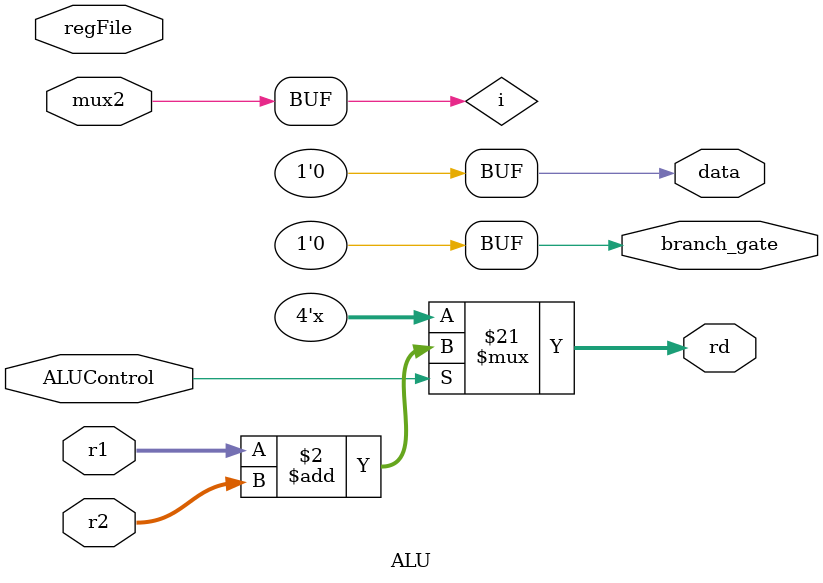
<source format=v>
module ALU (
//temp input/output of reg for testing
input [1:0] r1,
input [1:0] r2,
output reg [3:0] rd,

input regFile,
input mux2, //mux for regFile/SignExtended
input ALUControl,
output reg data,
output reg branch_gate //compair output for branches
);

//wire r1;
//wire r2;
wire i = mux2; //immidiate (sign extended will handle immidiate field from opcode)
//reg rd;

parameter //Arithmatic
          ADD = 1,
          SUB = 2,
          AND = 3,
          OR = 4,
          XOR = 5,
          SL = 6,
          SR = 7,
          //Immediate Arithmatic
          ADDI = 8,
          ANDI = 9,
          ORI = 10,
          XORI = 11,
          SLI = 12,
          SRI = 13,
          //load/store instrutions
          LOAD = 14,
          STORE = 15,
          //Branch Instructions
          BEQ = 16,
          BGT = 17,
          BGE = 18,
          BLT = 19,
          //JALR Instruction
          JALR = 20;
          

always @(ALUControl) //ALUControl will output a number from 0-20 so the ALU will know what operations to perfrom
begin
//setting ALU outputs to 0 at the begining
data = 0;
branch_gate = 0;

case (ALUControl)
    //Arithmatic
    ADD: begin
    rd = r1+r2;
    end
    SUB: begin
    rd = r1-r2;
    end
    AND: begin
    rd = r1&r2;
    end
    OR: begin
    rd = r1 | r2;
    end
    XOR: begin
    rd = r1^r2;
    end
    SL: begin
    rd = 1<<r1;
    end
    SR: begin
    rd = 1>>r1;
    end
    //Immediate Arithmatic
    ADDI: begin
    rd = r1+i;
    end
    ANDI: begin
    rd = r1&i;
    end
    ORI: begin
    rd = r1 | i;
    end
    XORI: begin
    rd = r1^i;
    end
    SLI: begin
    rd = 1<<i;
    end
    SRI: begin
    rd = 1>>i;
    end 
    //Load/Store Word
    LOAD: begin
    rd = r1+i;
    end
    STORE: begin
    //finish later
    end
    //Branch
    BEQ: begin
        if (r1 == r2) begin
        branch_gate = 1; //allowing a branch because terms are met
        end
        else begin
        branch_gate = 0; //terms not met, not allowing branch
        end
    end
    BGT: begin
        if (r1 > r2) begin
        branch_gate = 1; //allowing a branch because terms are met
        end
        else begin
        branch_gate = 0; //terms not met, not allowing branch
        end
    end
    BGE: begin
        if (r1 >= r2) begin
        branch_gate = 1; //allowing a branch because terms are met
        end
        else begin
        branch_gate = 0; //terms not met, not allowing branch
        end
    end
    BLT: begin
        if (r1 > r2) begin
        branch_gate = 1; //allowing a branch because terms are met
        end
        else begin
        branch_gate = 0; //terms not met, not allowing branch
        end
    end
    //Jump and Link Register
    JALR: begin
    //finish
    end           
endcase

end
endmodule
</source>
